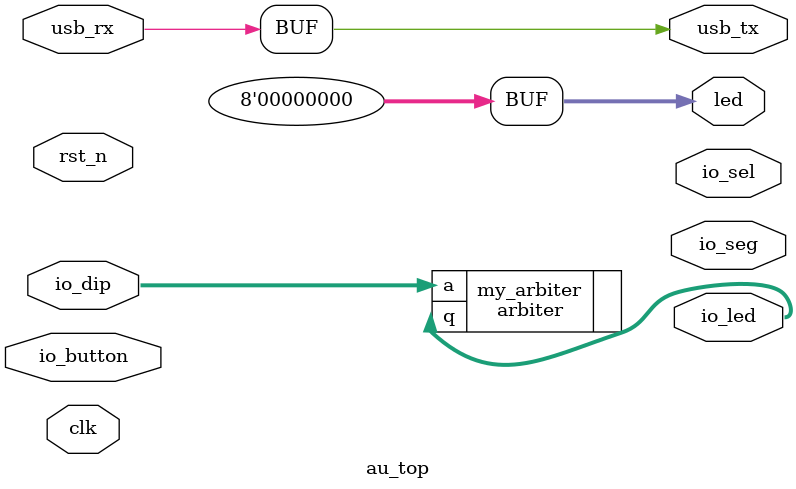
<source format=v>
module au_top(
    input clk,              // 100MHz clock
    input rst_n,            // reset button (active low)
    output [7:0] led,       // 8 user controllable LEDs
    input usb_rx,           // USB->Serial input
    output usb_tx,          // USB->Serial output,
    input [4:0] io_button,
    input [23:0] io_dip,
    output [23:0] io_led,
    output [7:0] io_seg,
    output [3:0] io_sel
    );

    assign led = 8'h00;     // turn LEDs off
    assign usb_tx = usb_rx; // echo the serial data
    
    arbiter my_arbiter(
      .a(io_dip[23:0]),
      .q(io_led[23:0])
    );
    
endmodule

</source>
